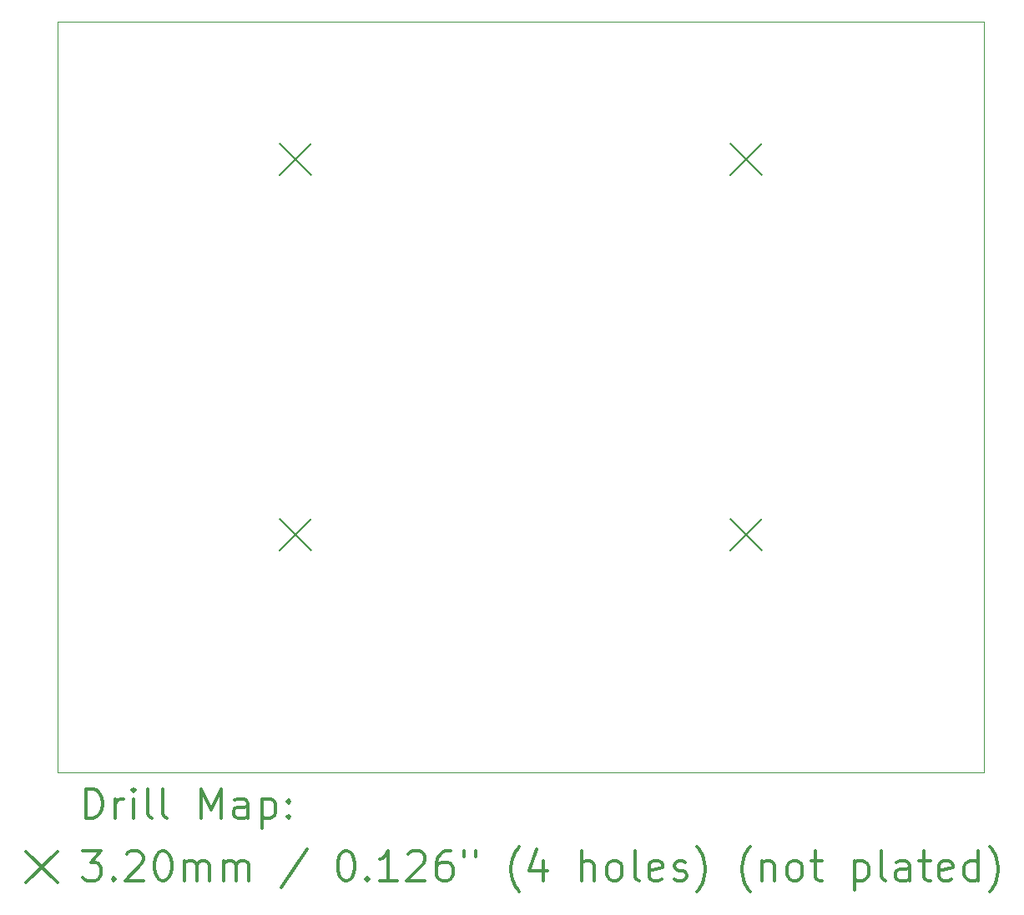
<source format=gbr>
%FSLAX45Y45*%
G04 Gerber Fmt 4.5, Leading zero omitted, Abs format (unit mm)*
G04 Created by KiCad (PCBNEW 5.1.5+dfsg1-2build2) date 2021-12-31 02:47:54*
%MOMM*%
%LPD*%
G04 APERTURE LIST*
%TA.AperFunction,Profile*%
%ADD10C,0.050000*%
%TD*%
%ADD11C,0.200000*%
%ADD12C,0.300000*%
G04 APERTURE END LIST*
D10*
X4953000Y-2667000D02*
X4953000Y-10287000D01*
X14351000Y-2667000D02*
X4953000Y-2667000D01*
X14351000Y-10287000D02*
X14351000Y-2667000D01*
X4953000Y-10287000D02*
X14351000Y-10287000D01*
D11*
X7206000Y-3904000D02*
X7526000Y-4224000D01*
X7526000Y-3904000D02*
X7206000Y-4224000D01*
X11778000Y-7714000D02*
X12098000Y-8034000D01*
X12098000Y-7714000D02*
X11778000Y-8034000D01*
X11778000Y-3904000D02*
X12098000Y-4224000D01*
X12098000Y-3904000D02*
X11778000Y-4224000D01*
X7206000Y-7714000D02*
X7526000Y-8034000D01*
X7526000Y-7714000D02*
X7206000Y-8034000D01*
D12*
X5236928Y-10755214D02*
X5236928Y-10455214D01*
X5308357Y-10455214D01*
X5351214Y-10469500D01*
X5379786Y-10498072D01*
X5394071Y-10526643D01*
X5408357Y-10583786D01*
X5408357Y-10626643D01*
X5394071Y-10683786D01*
X5379786Y-10712357D01*
X5351214Y-10740929D01*
X5308357Y-10755214D01*
X5236928Y-10755214D01*
X5536928Y-10755214D02*
X5536928Y-10555214D01*
X5536928Y-10612357D02*
X5551214Y-10583786D01*
X5565500Y-10569500D01*
X5594071Y-10555214D01*
X5622643Y-10555214D01*
X5722643Y-10755214D02*
X5722643Y-10555214D01*
X5722643Y-10455214D02*
X5708357Y-10469500D01*
X5722643Y-10483786D01*
X5736928Y-10469500D01*
X5722643Y-10455214D01*
X5722643Y-10483786D01*
X5908357Y-10755214D02*
X5879786Y-10740929D01*
X5865500Y-10712357D01*
X5865500Y-10455214D01*
X6065500Y-10755214D02*
X6036928Y-10740929D01*
X6022643Y-10712357D01*
X6022643Y-10455214D01*
X6408357Y-10755214D02*
X6408357Y-10455214D01*
X6508357Y-10669500D01*
X6608357Y-10455214D01*
X6608357Y-10755214D01*
X6879786Y-10755214D02*
X6879786Y-10598072D01*
X6865500Y-10569500D01*
X6836928Y-10555214D01*
X6779786Y-10555214D01*
X6751214Y-10569500D01*
X6879786Y-10740929D02*
X6851214Y-10755214D01*
X6779786Y-10755214D01*
X6751214Y-10740929D01*
X6736928Y-10712357D01*
X6736928Y-10683786D01*
X6751214Y-10655214D01*
X6779786Y-10640929D01*
X6851214Y-10640929D01*
X6879786Y-10626643D01*
X7022643Y-10555214D02*
X7022643Y-10855214D01*
X7022643Y-10569500D02*
X7051214Y-10555214D01*
X7108357Y-10555214D01*
X7136928Y-10569500D01*
X7151214Y-10583786D01*
X7165500Y-10612357D01*
X7165500Y-10698072D01*
X7151214Y-10726643D01*
X7136928Y-10740929D01*
X7108357Y-10755214D01*
X7051214Y-10755214D01*
X7022643Y-10740929D01*
X7294071Y-10726643D02*
X7308357Y-10740929D01*
X7294071Y-10755214D01*
X7279786Y-10740929D01*
X7294071Y-10726643D01*
X7294071Y-10755214D01*
X7294071Y-10569500D02*
X7308357Y-10583786D01*
X7294071Y-10598072D01*
X7279786Y-10583786D01*
X7294071Y-10569500D01*
X7294071Y-10598072D01*
X4630500Y-11089500D02*
X4950500Y-11409500D01*
X4950500Y-11089500D02*
X4630500Y-11409500D01*
X5208357Y-11085214D02*
X5394071Y-11085214D01*
X5294071Y-11199500D01*
X5336928Y-11199500D01*
X5365500Y-11213786D01*
X5379786Y-11228071D01*
X5394071Y-11256643D01*
X5394071Y-11328071D01*
X5379786Y-11356643D01*
X5365500Y-11370929D01*
X5336928Y-11385214D01*
X5251214Y-11385214D01*
X5222643Y-11370929D01*
X5208357Y-11356643D01*
X5522643Y-11356643D02*
X5536928Y-11370929D01*
X5522643Y-11385214D01*
X5508357Y-11370929D01*
X5522643Y-11356643D01*
X5522643Y-11385214D01*
X5651214Y-11113786D02*
X5665500Y-11099500D01*
X5694071Y-11085214D01*
X5765500Y-11085214D01*
X5794071Y-11099500D01*
X5808357Y-11113786D01*
X5822643Y-11142357D01*
X5822643Y-11170929D01*
X5808357Y-11213786D01*
X5636928Y-11385214D01*
X5822643Y-11385214D01*
X6008357Y-11085214D02*
X6036928Y-11085214D01*
X6065500Y-11099500D01*
X6079786Y-11113786D01*
X6094071Y-11142357D01*
X6108357Y-11199500D01*
X6108357Y-11270929D01*
X6094071Y-11328071D01*
X6079786Y-11356643D01*
X6065500Y-11370929D01*
X6036928Y-11385214D01*
X6008357Y-11385214D01*
X5979786Y-11370929D01*
X5965500Y-11356643D01*
X5951214Y-11328071D01*
X5936928Y-11270929D01*
X5936928Y-11199500D01*
X5951214Y-11142357D01*
X5965500Y-11113786D01*
X5979786Y-11099500D01*
X6008357Y-11085214D01*
X6236928Y-11385214D02*
X6236928Y-11185214D01*
X6236928Y-11213786D02*
X6251214Y-11199500D01*
X6279786Y-11185214D01*
X6322643Y-11185214D01*
X6351214Y-11199500D01*
X6365500Y-11228071D01*
X6365500Y-11385214D01*
X6365500Y-11228071D02*
X6379786Y-11199500D01*
X6408357Y-11185214D01*
X6451214Y-11185214D01*
X6479786Y-11199500D01*
X6494071Y-11228071D01*
X6494071Y-11385214D01*
X6636928Y-11385214D02*
X6636928Y-11185214D01*
X6636928Y-11213786D02*
X6651214Y-11199500D01*
X6679786Y-11185214D01*
X6722643Y-11185214D01*
X6751214Y-11199500D01*
X6765500Y-11228071D01*
X6765500Y-11385214D01*
X6765500Y-11228071D02*
X6779786Y-11199500D01*
X6808357Y-11185214D01*
X6851214Y-11185214D01*
X6879786Y-11199500D01*
X6894071Y-11228071D01*
X6894071Y-11385214D01*
X7479786Y-11070929D02*
X7222643Y-11456643D01*
X7865500Y-11085214D02*
X7894071Y-11085214D01*
X7922643Y-11099500D01*
X7936928Y-11113786D01*
X7951214Y-11142357D01*
X7965500Y-11199500D01*
X7965500Y-11270929D01*
X7951214Y-11328071D01*
X7936928Y-11356643D01*
X7922643Y-11370929D01*
X7894071Y-11385214D01*
X7865500Y-11385214D01*
X7836928Y-11370929D01*
X7822643Y-11356643D01*
X7808357Y-11328071D01*
X7794071Y-11270929D01*
X7794071Y-11199500D01*
X7808357Y-11142357D01*
X7822643Y-11113786D01*
X7836928Y-11099500D01*
X7865500Y-11085214D01*
X8094071Y-11356643D02*
X8108357Y-11370929D01*
X8094071Y-11385214D01*
X8079786Y-11370929D01*
X8094071Y-11356643D01*
X8094071Y-11385214D01*
X8394071Y-11385214D02*
X8222643Y-11385214D01*
X8308357Y-11385214D02*
X8308357Y-11085214D01*
X8279786Y-11128072D01*
X8251214Y-11156643D01*
X8222643Y-11170929D01*
X8508357Y-11113786D02*
X8522643Y-11099500D01*
X8551214Y-11085214D01*
X8622643Y-11085214D01*
X8651214Y-11099500D01*
X8665500Y-11113786D01*
X8679786Y-11142357D01*
X8679786Y-11170929D01*
X8665500Y-11213786D01*
X8494071Y-11385214D01*
X8679786Y-11385214D01*
X8936928Y-11085214D02*
X8879786Y-11085214D01*
X8851214Y-11099500D01*
X8836928Y-11113786D01*
X8808357Y-11156643D01*
X8794071Y-11213786D01*
X8794071Y-11328071D01*
X8808357Y-11356643D01*
X8822643Y-11370929D01*
X8851214Y-11385214D01*
X8908357Y-11385214D01*
X8936928Y-11370929D01*
X8951214Y-11356643D01*
X8965500Y-11328071D01*
X8965500Y-11256643D01*
X8951214Y-11228071D01*
X8936928Y-11213786D01*
X8908357Y-11199500D01*
X8851214Y-11199500D01*
X8822643Y-11213786D01*
X8808357Y-11228071D01*
X8794071Y-11256643D01*
X9079786Y-11085214D02*
X9079786Y-11142357D01*
X9194071Y-11085214D02*
X9194071Y-11142357D01*
X9636928Y-11499500D02*
X9622643Y-11485214D01*
X9594071Y-11442357D01*
X9579786Y-11413786D01*
X9565500Y-11370929D01*
X9551214Y-11299500D01*
X9551214Y-11242357D01*
X9565500Y-11170929D01*
X9579786Y-11128072D01*
X9594071Y-11099500D01*
X9622643Y-11056643D01*
X9636928Y-11042357D01*
X9879786Y-11185214D02*
X9879786Y-11385214D01*
X9808357Y-11070929D02*
X9736928Y-11285214D01*
X9922643Y-11285214D01*
X10265500Y-11385214D02*
X10265500Y-11085214D01*
X10394071Y-11385214D02*
X10394071Y-11228071D01*
X10379786Y-11199500D01*
X10351214Y-11185214D01*
X10308357Y-11185214D01*
X10279786Y-11199500D01*
X10265500Y-11213786D01*
X10579786Y-11385214D02*
X10551214Y-11370929D01*
X10536928Y-11356643D01*
X10522643Y-11328071D01*
X10522643Y-11242357D01*
X10536928Y-11213786D01*
X10551214Y-11199500D01*
X10579786Y-11185214D01*
X10622643Y-11185214D01*
X10651214Y-11199500D01*
X10665500Y-11213786D01*
X10679786Y-11242357D01*
X10679786Y-11328071D01*
X10665500Y-11356643D01*
X10651214Y-11370929D01*
X10622643Y-11385214D01*
X10579786Y-11385214D01*
X10851214Y-11385214D02*
X10822643Y-11370929D01*
X10808357Y-11342357D01*
X10808357Y-11085214D01*
X11079786Y-11370929D02*
X11051214Y-11385214D01*
X10994071Y-11385214D01*
X10965500Y-11370929D01*
X10951214Y-11342357D01*
X10951214Y-11228071D01*
X10965500Y-11199500D01*
X10994071Y-11185214D01*
X11051214Y-11185214D01*
X11079786Y-11199500D01*
X11094071Y-11228071D01*
X11094071Y-11256643D01*
X10951214Y-11285214D01*
X11208357Y-11370929D02*
X11236928Y-11385214D01*
X11294071Y-11385214D01*
X11322643Y-11370929D01*
X11336928Y-11342357D01*
X11336928Y-11328071D01*
X11322643Y-11299500D01*
X11294071Y-11285214D01*
X11251214Y-11285214D01*
X11222643Y-11270929D01*
X11208357Y-11242357D01*
X11208357Y-11228071D01*
X11222643Y-11199500D01*
X11251214Y-11185214D01*
X11294071Y-11185214D01*
X11322643Y-11199500D01*
X11436928Y-11499500D02*
X11451214Y-11485214D01*
X11479786Y-11442357D01*
X11494071Y-11413786D01*
X11508357Y-11370929D01*
X11522643Y-11299500D01*
X11522643Y-11242357D01*
X11508357Y-11170929D01*
X11494071Y-11128072D01*
X11479786Y-11099500D01*
X11451214Y-11056643D01*
X11436928Y-11042357D01*
X11979786Y-11499500D02*
X11965500Y-11485214D01*
X11936928Y-11442357D01*
X11922643Y-11413786D01*
X11908357Y-11370929D01*
X11894071Y-11299500D01*
X11894071Y-11242357D01*
X11908357Y-11170929D01*
X11922643Y-11128072D01*
X11936928Y-11099500D01*
X11965500Y-11056643D01*
X11979786Y-11042357D01*
X12094071Y-11185214D02*
X12094071Y-11385214D01*
X12094071Y-11213786D02*
X12108357Y-11199500D01*
X12136928Y-11185214D01*
X12179786Y-11185214D01*
X12208357Y-11199500D01*
X12222643Y-11228071D01*
X12222643Y-11385214D01*
X12408357Y-11385214D02*
X12379786Y-11370929D01*
X12365500Y-11356643D01*
X12351214Y-11328071D01*
X12351214Y-11242357D01*
X12365500Y-11213786D01*
X12379786Y-11199500D01*
X12408357Y-11185214D01*
X12451214Y-11185214D01*
X12479786Y-11199500D01*
X12494071Y-11213786D01*
X12508357Y-11242357D01*
X12508357Y-11328071D01*
X12494071Y-11356643D01*
X12479786Y-11370929D01*
X12451214Y-11385214D01*
X12408357Y-11385214D01*
X12594071Y-11185214D02*
X12708357Y-11185214D01*
X12636928Y-11085214D02*
X12636928Y-11342357D01*
X12651214Y-11370929D01*
X12679786Y-11385214D01*
X12708357Y-11385214D01*
X13036928Y-11185214D02*
X13036928Y-11485214D01*
X13036928Y-11199500D02*
X13065500Y-11185214D01*
X13122643Y-11185214D01*
X13151214Y-11199500D01*
X13165500Y-11213786D01*
X13179786Y-11242357D01*
X13179786Y-11328071D01*
X13165500Y-11356643D01*
X13151214Y-11370929D01*
X13122643Y-11385214D01*
X13065500Y-11385214D01*
X13036928Y-11370929D01*
X13351214Y-11385214D02*
X13322643Y-11370929D01*
X13308357Y-11342357D01*
X13308357Y-11085214D01*
X13594071Y-11385214D02*
X13594071Y-11228071D01*
X13579786Y-11199500D01*
X13551214Y-11185214D01*
X13494071Y-11185214D01*
X13465500Y-11199500D01*
X13594071Y-11370929D02*
X13565500Y-11385214D01*
X13494071Y-11385214D01*
X13465500Y-11370929D01*
X13451214Y-11342357D01*
X13451214Y-11313786D01*
X13465500Y-11285214D01*
X13494071Y-11270929D01*
X13565500Y-11270929D01*
X13594071Y-11256643D01*
X13694071Y-11185214D02*
X13808357Y-11185214D01*
X13736928Y-11085214D02*
X13736928Y-11342357D01*
X13751214Y-11370929D01*
X13779786Y-11385214D01*
X13808357Y-11385214D01*
X14022643Y-11370929D02*
X13994071Y-11385214D01*
X13936928Y-11385214D01*
X13908357Y-11370929D01*
X13894071Y-11342357D01*
X13894071Y-11228071D01*
X13908357Y-11199500D01*
X13936928Y-11185214D01*
X13994071Y-11185214D01*
X14022643Y-11199500D01*
X14036928Y-11228071D01*
X14036928Y-11256643D01*
X13894071Y-11285214D01*
X14294071Y-11385214D02*
X14294071Y-11085214D01*
X14294071Y-11370929D02*
X14265500Y-11385214D01*
X14208357Y-11385214D01*
X14179786Y-11370929D01*
X14165500Y-11356643D01*
X14151214Y-11328071D01*
X14151214Y-11242357D01*
X14165500Y-11213786D01*
X14179786Y-11199500D01*
X14208357Y-11185214D01*
X14265500Y-11185214D01*
X14294071Y-11199500D01*
X14408357Y-11499500D02*
X14422643Y-11485214D01*
X14451214Y-11442357D01*
X14465500Y-11413786D01*
X14479786Y-11370929D01*
X14494071Y-11299500D01*
X14494071Y-11242357D01*
X14479786Y-11170929D01*
X14465500Y-11128072D01*
X14451214Y-11099500D01*
X14422643Y-11056643D01*
X14408357Y-11042357D01*
M02*

</source>
